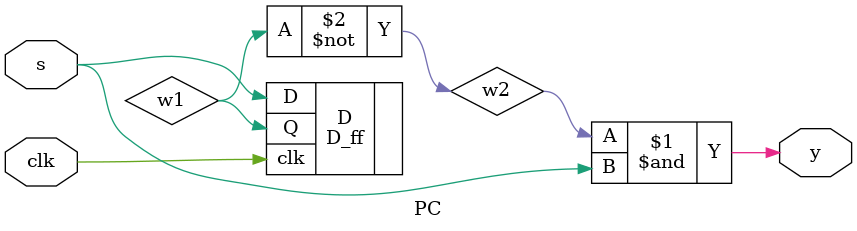
<source format=v>
`timescale 1ns / 1ps


module PC(//È¡±ßÔµ
    input s,
    input clk,
    output y
    );
    
    wire w1,w2;
    
    D_ff D( .D( s ), .clk( clk ), .Q( w1 ) );
    not G1( w2, w1 );
    and G2( y, w2, s);
    
endmodule

</source>
